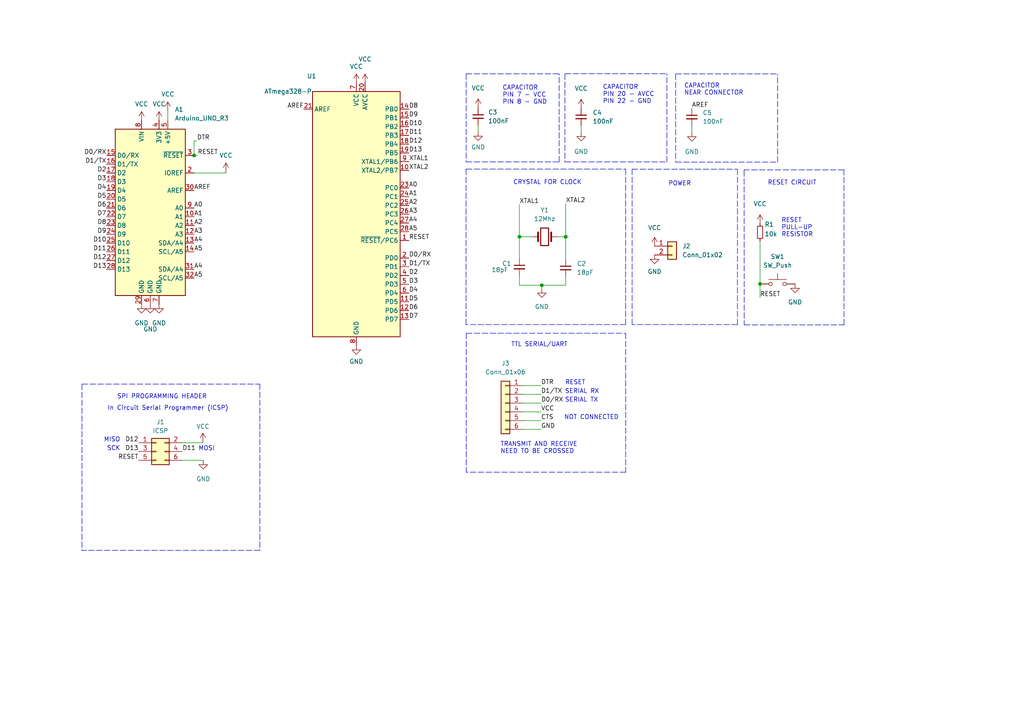
<source format=kicad_sch>
(kicad_sch (version 20211123) (generator eeschema)
  (paper "A4")
  (title_block (title "AS-MULTI-UNO-01") (date "2022-12-23") (rev "V1.2") (company "Akerasoft") (comment 1 "©Akerasoft 2022") (comment 2 "Engineer: Robert Kolski") (comment 3 "Open Source") (comment 4 "License: Creative Commons Attribution 4.0 International Public License"))
  (lib_symbols
    (symbol "Connector_Generic:Conn_01x02" (pin_names (offset 1.016) hide)
      (property "Reference" "J" (at 0 2.54 0))
      (property "Value" "Conn_01x02" (at 0 -5.08 0))
      (symbol "Conn_01x02_1_1"
        (rectangle (start -1.27 -2.413) (end 0 -2.667) (stroke (width 0.1524)))
        (rectangle (start -1.27 0.127) (end 0 -0.127) (stroke (width 0.1524)))
        (rectangle (start -1.27 1.27) (end 1.27 -3.81) (stroke (width 0.254)) (fill (type background)))
        (pin passive line (at -5.08 0 0) (length 3.81) (name "Pin_1") (number "1"))
        (pin passive line (at -5.08 -2.54 0) (length 3.81) (name "Pin_2") (number "2"))
      )
    )
    (symbol "Connector_Generic:Conn_01x06" (pin_names (offset 1.016) hide)
      (property "Reference" "J" (at 0 7.62 0))
      (property "Value" "Conn_01x06" (at 0 -10.16 0))
      (symbol "Conn_01x06_1_1"
        (rectangle (start -1.27 -7.493) (end 0 -7.747) (stroke (width 0.1524)))
        (rectangle (start -1.27 -4.953) (end 0 -5.207) (stroke (width 0.1524)))
        (rectangle (start -1.27 -2.413) (end 0 -2.667) (stroke (width 0.1524)))
        (rectangle (start -1.27 0.127) (end 0 -0.127) (stroke (width 0.1524)))
        (rectangle (start -1.27 2.667) (end 0 2.413) (stroke (width 0.1524)))
        (rectangle (start -1.27 5.207) (end 0 4.953) (stroke (width 0.1524)))
        (rectangle (start -1.27 6.35) (end 1.27 -8.89) (stroke (width 0.254)) (fill (type background)))
        (pin passive line (at -5.08 5.08 0) (length 3.81) (name "Pin_1") (number "1"))
        (pin passive line (at -5.08 2.54 0) (length 3.81) (name "Pin_2") (number "2"))
        (pin passive line (at -5.08 0 0) (length 3.81) (name "Pin_3") (number "3"))
        (pin passive line (at -5.08 -2.54 0) (length 3.81) (name "Pin_4") (number "4"))
        (pin passive line (at -5.08 -5.08 0) (length 3.81) (name "Pin_5") (number "5"))
        (pin passive line (at -5.08 -7.62 0) (length 3.81) (name "Pin_6") (number "6"))
      )
    )
    (symbol "Connector_Generic:Conn_02x03_Odd_Even" (pin_names (offset 1.016) hide)
      (property "Reference" "J" (at 1.27 5.08 0))
      (property "Value" "Conn_02x03_Odd_Even" (at 1.27 -5.08 0))
      (symbol "Conn_02x03_Odd_Even_1_1"
        (rectangle (start -1.27 -2.413) (end 0 -2.667) (stroke (width 0.1524)))
        (rectangle (start -1.27 0.127) (end 0 -0.127) (stroke (width 0.1524)))
        (rectangle (start -1.27 2.667) (end 0 2.413) (stroke (width 0.1524)))
        (rectangle (start -1.27 3.81) (end 3.81 -3.81) (stroke (width 0.254)) (fill (type background)))
        (rectangle (start 3.81 -2.413) (end 2.54 -2.667) (stroke (width 0.1524)))
        (rectangle (start 3.81 0.127) (end 2.54 -0.127) (stroke (width 0.1524)))
        (rectangle (start 3.81 2.667) (end 2.54 2.413) (stroke (width 0.1524)))
        (pin passive line (at -5.08 2.54 0) (length 3.81) (name "Pin_1") (number "1"))
        (pin passive line (at 7.62 2.54 180) (length 3.81) (name "Pin_2") (number "2"))
        (pin passive line (at -5.08 0 0) (length 3.81) (name "Pin_3") (number "3"))
        (pin passive line (at 7.62 0 180) (length 3.81) (name "Pin_4") (number "4"))
        (pin passive line (at -5.08 -2.54 0) (length 3.81) (name "Pin_5") (number "5"))
        (pin passive line (at 7.62 -2.54 180) (length 3.81) (name "Pin_6") (number "6"))
      )
    )
    (symbol "Device:C_Small" (pin_numbers hide) (pin_names (offset 0.254) hide)
      (property "Reference" "C" (at 0.254 1.778 0))
      (property "Value" "C_Small" (at 0.254 -2.032 0))
      (symbol "C_Small_0_1"
        (polyline (pts (xy -1.524 -0.508) (xy 1.524 -0.508)) (stroke (width 0.3302)))
        (polyline (pts (xy -1.524 0.508) (xy 1.524 0.508)) (stroke (width 0.3048)))
      )
      (symbol "C_Small_1_1"
        (pin passive line (at 0 2.54 270) (length 2.032) (name "~") (number "1"))
        (pin passive line (at 0 -2.54 90) (length 2.032) (name "~") (number "2"))
      )
    )
    (symbol "Device:Crystal" (pin_numbers hide) (pin_names (offset 1.016) hide)
      (property "Reference" "Y" (at 0 3.81 0))
      (property "Value" "Crystal" (at 0 -3.81 0))
      (symbol "Crystal_0_1"
        (rectangle (start -1.143 2.54) (end 1.143 -2.54) (stroke (width 0.3048)))
        (polyline (pts (xy -2.54 0) (xy -1.905 0)))
        (polyline (pts (xy -1.905 -1.27) (xy -1.905 1.27)) (stroke (width 0.508)))
        (polyline (pts (xy 1.905 -1.27) (xy 1.905 1.27)) (stroke (width 0.508)))
        (polyline (pts (xy 2.54 0) (xy 1.905 0)))
      )
      (symbol "Crystal_1_1"
        (pin passive line (at -3.81 0 0) (length 1.27) (name "1") (number "1"))
        (pin passive line (at 3.81 0 180) (length 1.27) (name "2") (number "2"))
      )
    )
    (symbol "Device:R_Small" (pin_numbers hide) (pin_names (offset 0.254) hide)
      (property "Reference" "R" (at 0.762 0.508 0))
      (property "Value" "R_Small" (at 0.762 -1.016 0))
      (symbol "R_Small_0_1"
        (rectangle (start -0.762 1.778) (end 0.762 -1.778) (stroke (width 0.2032)))
      )
      (symbol "R_Small_1_1"
        (pin passive line (at 0 2.54 270) (length 0.762) (name "~") (number "1"))
        (pin passive line (at 0 -2.54 90) (length 0.762) (name "~") (number "2"))
      )
    )
    (symbol "MCU_Microchip_ATmega:ATmega328-P"
      (property "Reference" "U" (at -12.7 36.83 0))
      (property "Value" "ATmega328-P" (at 2.54 -36.83 0))
      (symbol "ATmega328-P_0_1"
        (rectangle (start -12.7 -35.56) (end 12.7 35.56) (stroke (width 0.254)) (fill (type background)))
      )
      (symbol "ATmega328-P_1_1"
        (pin bidirectional line (at 15.24 -7.62 180) (length 2.54) (name "~{RESET}/PC6") (number "1"))
        (pin bidirectional line (at 15.24 12.7 180) (length 2.54) (name "XTAL2/PB7") (number "10"))
        (pin bidirectional line (at 15.24 -25.4 180) (length 2.54) (name "PD5") (number "11"))
        (pin bidirectional line (at 15.24 -27.94 180) (length 2.54) (name "PD6") (number "12"))
        (pin bidirectional line (at 15.24 -30.48 180) (length 2.54) (name "PD7") (number "13"))
        (pin bidirectional line (at 15.24 30.48 180) (length 2.54) (name "PB0") (number "14"))
        (pin bidirectional line (at 15.24 27.94 180) (length 2.54) (name "PB1") (number "15"))
        (pin bidirectional line (at 15.24 25.4 180) (length 2.54) (name "PB2") (number "16"))
        (pin bidirectional line (at 15.24 22.86 180) (length 2.54) (name "PB3") (number "17"))
        (pin bidirectional line (at 15.24 20.32 180) (length 2.54) (name "PB4") (number "18"))
        (pin bidirectional line (at 15.24 17.78 180) (length 2.54) (name "PB5") (number "19"))
        (pin bidirectional line (at 15.24 -12.7 180) (length 2.54) (name "PD0") (number "2"))
        (pin power_in line (at 2.54 38.1 270) (length 2.54) (name "AVCC") (number "20"))
        (pin passive line (at -15.24 30.48 0) (length 2.54) (name "AREF") (number "21"))
        (pin passive line (at 0 -38.1 90) (length 2.54) hide (name "GND") (number "22"))
        (pin bidirectional line (at 15.24 7.62 180) (length 2.54) (name "PC0") (number "23"))
        (pin bidirectional line (at 15.24 5.08 180) (length 2.54) (name "PC1") (number "24"))
        (pin bidirectional line (at 15.24 2.54 180) (length 2.54) (name "PC2") (number "25"))
        (pin bidirectional line (at 15.24 0 180) (length 2.54) (name "PC3") (number "26"))
        (pin bidirectional line (at 15.24 -2.54 180) (length 2.54) (name "PC4") (number "27"))
        (pin bidirectional line (at 15.24 -5.08 180) (length 2.54) (name "PC5") (number "28"))
        (pin bidirectional line (at 15.24 -15.24 180) (length 2.54) (name "PD1") (number "3"))
        (pin bidirectional line (at 15.24 -17.78 180) (length 2.54) (name "PD2") (number "4"))
        (pin bidirectional line (at 15.24 -20.32 180) (length 2.54) (name "PD3") (number "5"))
        (pin bidirectional line (at 15.24 -22.86 180) (length 2.54) (name "PD4") (number "6"))
        (pin power_in line (at 0 38.1 270) (length 2.54) (name "VCC") (number "7"))
        (pin power_in line (at 0 -38.1 90) (length 2.54) (name "GND") (number "8"))
        (pin bidirectional line (at 15.24 15.24 180) (length 2.54) (name "XTAL1/PB6") (number "9"))
      )
    )
    (symbol "MCU_Module:Arduino_UNO_R3"
      (property "Reference" "A" (at -10.16 23.495 0))
      (property "Value" "Arduino_UNO_R3" (at 5.08 -26.67 0))
      (symbol "Arduino_UNO_R3_0_1"
        (rectangle (start -10.16 22.86) (end 10.16 -25.4) (stroke (width 0.254)) (fill (type background)))
      )
      (symbol "Arduino_UNO_R3_1_1"
        (pin no_connect line (at -10.16 -20.32 0) (length 2.54) hide (name "NC") (number "1"))
        (pin bidirectional line (at 12.7 -2.54 180) (length 2.54) (name "A1") (number "10"))
        (pin bidirectional line (at 12.7 -5.08 180) (length 2.54) (name "A2") (number "11"))
        (pin bidirectional line (at 12.7 -7.62 180) (length 2.54) (name "A3") (number "12"))
        (pin bidirectional line (at 12.7 -10.16 180) (length 2.54) (name "SDA/A4") (number "13"))
        (pin bidirectional line (at 12.7 -12.7 180) (length 2.54) (name "SCL/A5") (number "14"))
        (pin bidirectional line (at -12.7 15.24 0) (length 2.54) (name "D0/RX") (number "15"))
        (pin bidirectional line (at -12.7 12.7 0) (length 2.54) (name "D1/TX") (number "16"))
        (pin bidirectional line (at -12.7 10.16 0) (length 2.54) (name "D2") (number "17"))
        (pin bidirectional line (at -12.7 7.62 0) (length 2.54) (name "D3") (number "18"))
        (pin bidirectional line (at -12.7 5.08 0) (length 2.54) (name "D4") (number "19"))
        (pin output line (at 12.7 10.16 180) (length 2.54) (name "IOREF") (number "2"))
        (pin bidirectional line (at -12.7 2.54 0) (length 2.54) (name "D5") (number "20"))
        (pin bidirectional line (at -12.7 0 0) (length 2.54) (name "D6") (number "21"))
        (pin bidirectional line (at -12.7 -2.54 0) (length 2.54) (name "D7") (number "22"))
        (pin bidirectional line (at -12.7 -5.08 0) (length 2.54) (name "D8") (number "23"))
        (pin bidirectional line (at -12.7 -7.62 0) (length 2.54) (name "D9") (number "24"))
        (pin bidirectional line (at -12.7 -10.16 0) (length 2.54) (name "D10") (number "25"))
        (pin bidirectional line (at -12.7 -12.7 0) (length 2.54) (name "D11") (number "26"))
        (pin bidirectional line (at -12.7 -15.24 0) (length 2.54) (name "D12") (number "27"))
        (pin bidirectional line (at -12.7 -17.78 0) (length 2.54) (name "D13") (number "28"))
        (pin power_in line (at -2.54 -27.94 90) (length 2.54) (name "GND") (number "29"))
        (pin input line (at 12.7 15.24 180) (length 2.54) (name "~{RESET}") (number "3"))
        (pin input line (at 12.7 5.08 180) (length 2.54) (name "AREF") (number "30"))
        (pin bidirectional line (at 12.7 -17.78 180) (length 2.54) (name "SDA/A4") (number "31"))
        (pin bidirectional line (at 12.7 -20.32 180) (length 2.54) (name "SCL/A5") (number "32"))
        (pin power_out line (at 2.54 25.4 270) (length 2.54) (name "3V3") (number "4"))
        (pin power_out line (at 5.08 25.4 270) (length 2.54) (name "+5V") (number "5"))
        (pin power_in line (at 0 -27.94 90) (length 2.54) (name "GND") (number "6"))
        (pin power_in line (at 2.54 -27.94 90) (length 2.54) (name "GND") (number "7"))
        (pin power_in line (at -2.54 25.4 270) (length 2.54) (name "VIN") (number "8"))
        (pin bidirectional line (at 12.7 0 180) (length 2.54) (name "A0") (number "9"))
      )
    )
    (symbol "Switch:SW_Push" (pin_numbers hide) (pin_names (offset 1.016) hide)
      (property "Reference" "SW" (at 1.27 2.54 0))
      (property "Value" "SW_Push" (at 0 -1.524 0))
      (symbol "SW_Push_0_1"
        (circle (center -2.032 0) (radius 0.508))
        (polyline (pts (xy 0 1.27) (xy 0 3.048)))
        (polyline (pts (xy 2.54 1.27) (xy -2.54 1.27)))
        (circle (center 2.032 0) (radius 0.508))
        (pin passive line (at -5.08 0 0) (length 2.54) (name "1") (number "1"))
        (pin passive line (at 5.08 0 180) (length 2.54) (name "2") (number "2"))
      )
    )
    (symbol "power:GND" (power) (pin_names (offset 0))
      (property "Value" "GND" (at 0 -3.81 0))
      (symbol "GND_0_1"
        (polyline (pts (xy 0 0) (xy 0 -1.27) (xy 1.27 -1.27) (xy 0 -2.54) (xy -1.27 -1.27) (xy 0 -1.27)))
      )
      (symbol "GND_1_1"
        (pin power_in line (at 0 0 270) (length 0) hide (name "GND") (number "1"))
      )
    )
    (symbol "power:VCC" (power) (pin_names (offset 0))
      (property "Value" "VCC" (at 0 3.81 0))
      (symbol "VCC_0_1"
        (polyline (pts (xy -0.762 1.27) (xy 0 2.54)))
        (polyline (pts (xy 0 0) (xy 0 2.54)))
        (polyline (pts (xy 0 2.54) (xy 0.762 1.27)))
      )
      (symbol "VCC_1_1"
        (pin power_in line (at 0 0 90) (length 0) hide (name "VCC") (number "1"))
      )
    )
  )
  (junction (at 150.6474 68.6816))
  (junction (at 56.2864 45.085))
  (junction (at 157.1498 82.7278))
  (junction (at 220.4466 82.3468))
  (junction (at 164.084 68.6816))
  (wire (pts (xy 161.7726 68.6816) (xy 164.084 68.6816)))
  (polyline (pts (xy 181.483 96.647) (xy 181.483 136.9568)))
  (wire (pts (xy 58.8518 128.1938) (xy 58.8518 128.4224)))
  (wire (pts (xy 56.2864 40.8686) (xy 56.2864 45.085)))
  (wire (pts (xy 164.084 59.055) (xy 164.084 68.6816)))
  (polyline (pts (xy 163.8554 46.9646) (xy 193.421 46.9646)))
  (wire (pts (xy 157.1498 82.7278) (xy 164.084 82.7278)))
  (polyline (pts (xy 183.3372 49.0728) (xy 213.8934 49.0728)))
  (polyline (pts (xy 23.7744 111.4044) (xy 75.3618 111.4044)))
  (polyline (pts (xy 135.1788 49.0474) (xy 181.4576 49.0474)))
  (wire (pts (xy 151.6888 119.4562) (xy 156.9212 119.4562)))
  (polyline (pts (xy 181.4576 49.0474) (xy 181.4576 94.1324)))
  (polyline (pts (xy 183.3372 49.0474) (xy 183.3372 94.1324)))
  (wire (pts (xy 151.6888 114.3762) (xy 156.9212 114.3762)))
  (wire (pts (xy 57.3024 45.085) (xy 56.2864 45.085)))
  (polyline (pts (xy 135.2042 46.9646) (xy 162.179 46.9646)))
  (wire (pts (xy 56.2864 50.165) (xy 65.532 50.165)))
  (polyline (pts (xy 23.7744 111.4044) (xy 23.7744 159.639)))
  (polyline (pts (xy 181.4576 94.1324) (xy 135.1788 94.1324)))
  (polyline (pts (xy 135.1788 49.0728) (xy 135.1788 94.1324)))
  (polyline (pts (xy 213.8934 49.0728) (xy 213.8934 94.1324)))
  (wire (pts (xy 200.66 38.3794) (xy 200.66 36.4998)))
  (polyline (pts (xy 244.8052 94.234) (xy 244.7798 49.276)))
  (polyline (pts (xy 163.8808 21.3868) (xy 193.421 21.3868)))
  (wire (pts (xy 58.9534 133.5024) (xy 52.8828 133.5024)))
  (polyline (pts (xy 75.3618 111.4044) (xy 75.3618 159.639)))
  (wire (pts (xy 150.6474 80.01) (xy 150.6474 82.7278)))
  (polyline (pts (xy 163.8554 21.4376) (xy 163.8554 46.9646)))
  (wire (pts (xy 150.6474 59.309) (xy 150.6474 68.6816)))
  (polyline (pts (xy 215.8238 49.276) (xy 215.8238 49.4538)))
  (wire (pts (xy 154.1526 68.6816) (xy 150.6474 68.6816)))
  (wire (pts (xy 164.084 68.6816) (xy 164.084 75.184)))
  (polyline (pts (xy 135.2296 96.647) (xy 135.2296 136.9568)))
  (polyline (pts (xy 225.5266 47.0154) (xy 225.5266 21.4376)))
  (polyline (pts (xy 75.3618 159.639) (xy 23.7744 159.639)))
  (polyline (pts (xy 195.961 21.4884) (xy 195.961 47.0154)))
  (wire (pts (xy 150.6474 82.7278) (xy 157.1498 82.7278)))
  (polyline (pts (xy 135.2042 21.4122) (xy 162.179 21.4122)))
  (wire (pts (xy 65.532 50.165) (xy 65.532 49.8348)))
  (wire (pts (xy 48.6664 32.1056) (xy 48.6664 34.925)))
  (polyline (pts (xy 195.9864 21.4376) (xy 225.5266 21.4376)))
  (wire (pts (xy 151.6888 121.9962) (xy 156.9212 121.9962)))
  (wire (pts (xy 150.6474 68.6816) (xy 150.6474 74.93)))
  (polyline (pts (xy 193.421 46.9646) (xy 193.421 21.3868)))
  (wire (pts (xy 138.684 38.227) (xy 138.684 36.3474)))
  (wire (pts (xy 151.6888 116.9162) (xy 156.9212 116.9162)))
  (polyline (pts (xy 162.179 46.9646) (xy 162.179 21.4122)))
  (wire (pts (xy 220.4466 69.9262) (xy 220.4466 82.3468)))
  (polyline (pts (xy 215.8492 94.234) (xy 244.8052 94.234)))
  (polyline (pts (xy 195.961 47.0154) (xy 225.5266 47.0154)))
  (polyline (pts (xy 181.483 136.9568) (xy 135.2296 136.9568)))
  (wire (pts (xy 151.6888 111.8362) (xy 156.9212 111.8362)))
  (wire (pts (xy 52.8828 128.4224) (xy 58.8518 128.4224)))
  (wire (pts (xy 164.084 80.264) (xy 164.084 82.7278)))
  (polyline (pts (xy 215.8238 49.53) (xy 215.8492 94.234)))
  (polyline (pts (xy 135.2042 21.4122) (xy 135.2042 46.9646)))
  (wire (pts (xy 151.6888 124.5362) (xy 156.9212 124.5362)))
  (wire (pts (xy 168.5544 38.3286) (xy 168.5544 36.449)))
  (wire (pts (xy 157.1498 82.7278) (xy 157.1498 83.7184)))
  (polyline (pts (xy 135.2296 96.647) (xy 181.483 96.647)))
  (polyline (pts (xy 213.8934 94.1324) (xy 183.3372 94.1324)))
  (wire (pts (xy 220.4466 82.3468) (xy 220.4466 86.3092)))
  (polyline (pts (xy 244.7798 49.276) (xy 215.8238 49.276)))
  (wire (pts (xy 56.2864 40.8686) (xy 57.1246 40.8686)))
  (text "MOSI" (at 57.531 130.9116 0) (effects (font (size 1.27 1.27)) (justify left bottom)))
  (text "SPI PROGRAMMING HEADER\n" (at 33.9344 115.8494 0) (effects (font (size 1.27 1.27)) (justify left bottom)))
  (text "TTL SERIAL/UART" (at 148.209 100.7364 0) (effects (font (size 1.27 1.27)) (justify left bottom)))
  (text "SCK" (at 30.988 130.8608 0) (effects (font (size 1.27 1.27)) (justify left bottom)))
  (text "RESET CIRCUIT" (at 222.631 53.848 0) (effects (font (size 1.27 1.27)) (justify left bottom)))
  (text "CRYSTAL FOR CLOCK" (at 148.8186 53.721 0) (effects (font (size 1.27 1.27)) (justify left bottom)))
  (text "CAPACITOR\nNEAR CONNECTOR\n" (at 198.3994 27.7622 0) (effects (font (size 1.27 1.27)) (justify left bottom)))
  (text "CAPACITOR\nPIN 7 - VCC\nPIN 8 - GND\n" (at 145.7198 30.4038 0) (effects (font (size 1.27 1.27)) (justify left bottom)))
  (text "RESET\nPULL-UP\nRESISTOR" (at 226.6188 68.834 0) (effects (font (size 1.27 1.27)) (justify left bottom)))
  (text "TRANSMIT AND RECEIVE\nNEED TO BE CROSSED" (at 145.1102 131.7244 0) (effects (font (size 1.27 1.27)) (justify left bottom)))
  (text "POWER" (at 193.802 54.0766 0) (effects (font (size 1.27 1.27)) (justify left bottom)))
  (text "SERIAL RX" (at 163.83 114.3254 0) (effects (font (size 1.27 1.27)) (justify left bottom)))
  (text "NOT CONNECTED" (at 163.6014 121.8692 0) (effects (font (size 1.27 1.27)) (justify left bottom)))
  (text "In Circuit Serial Programmer (ICSP)" (at 31.1404 119.2022 0) (effects (font (size 1.27 1.27)) (justify left bottom)))
  (text "CAPACITOR\nPIN 20 - AVCC\nPIN 22 - GND" (at 174.8028 30.2006 0) (effects (font (size 1.27 1.27)) (justify left bottom)))
  (text "MISO" (at 30.099 128.3462 0) (effects (font (size 1.27 1.27)) (justify left bottom)))
  (text "SERIAL TX" (at 163.83 116.8146 0) (effects (font (size 1.27 1.27)) (justify left bottom)))
  (text "RESET" (at 163.8808 111.76 0) (effects (font (size 1.27 1.27)) (justify left bottom)))
  (label "D12" (at 118.5926 41.8084 0))
  (label "D1{slash}TX" (at 118.5926 77.3684 0))
  (label "A3" (at 118.5926 62.1284 0))
  (label "D2" (at 30.8864 50.165 180))
  (label "RESET" (at 40.1828 133.5024 180))
  (label "D4" (at 118.5926 84.9884 0))
  (label "AREF" (at 200.66 31.4198 0))
  (label "D10" (at 118.5926 36.7284 0))
  (label "D12" (at 40.1828 128.4224 180))
  (label "DTR" (at 57.1246 40.8686 0))
  (label "DTR" (at 156.9212 111.8362 0))
  (label "A5" (at 56.2864 73.025 0))
  (label "D5" (at 30.8864 57.785 180))
  (label "XTAL1" (at 150.6474 59.309 0))
  (label "D11" (at 118.5926 39.2684 0))
  (label "A4" (at 118.5926 64.6684 0))
  (label "D3" (at 118.5926 82.4484 0))
  (label "D8" (at 30.8864 65.405 180))
  (label "D4" (at 30.8864 55.245 180))
  (label "RESET" (at 118.5926 69.7484 0))
  (label "D9" (at 118.5926 34.1884 0))
  (label "D0{slash}RX" (at 30.8864 45.085 180))
  (label "D0{slash}RX" (at 118.5926 74.8284 0))
  (label "A0" (at 118.5926 54.5084 0))
  (label "D9" (at 30.8864 67.945 180))
  (label "A0" (at 56.2864 60.325 0))
  (label "D11" (at 52.8828 130.9624 0))
  (label "D7" (at 30.8864 62.865 180))
  (label "A2" (at 56.2864 65.405 0))
  (label "D5" (at 118.5926 87.5284 0))
  (label "A3" (at 56.2864 67.945 0))
  (label "A4" (at 56.2864 78.105 0))
  (label "D11" (at 30.8864 73.025 180))
  (label "D7" (at 118.5926 92.6084 0))
  (label "A4" (at 56.2864 70.485 0))
  (label "D2" (at 118.5926 79.9084 0))
  (label "A1" (at 56.2864 62.865 0))
  (label "AREF" (at 88.1126 31.6484 180))
  (label "D12" (at 30.8864 75.565 180))
  (label "D13" (at 30.8864 78.105 180))
  (label "XTAL1" (at 118.5926 46.8884 0))
  (label "D0{slash}RX" (at 156.9212 116.9162 0))
  (label "GND" (at 156.9212 124.5362 0))
  (label "D10" (at 30.8864 70.485 180))
  (label "D6" (at 30.8864 60.325 180))
  (label "XTAL2" (at 118.5926 49.4284 0))
  (label "CTS" (at 156.9212 121.9962 0))
  (label "D13" (at 40.1828 130.9624 180))
  (label "AREF" (at 56.2864 55.245 0))
  (label "D1{slash}TX" (at 156.9212 114.3762 0))
  (label "D3" (at 30.8864 52.705 180))
  (label "VCC" (at 156.9212 119.4562 0))
  (label "D8" (at 118.5926 31.6484 0))
  (label "D6" (at 118.5926 90.0684 0))
  (label "XTAL2" (at 164.084 59.055 0))
  (label "A2" (at 118.5926 59.5884 0))
  (label "A1" (at 118.5926 57.0484 0))
  (label "RESET" (at 220.4466 86.3092 0))
  (label "RESET" (at 57.3024 45.085 0))
  (label "A5" (at 56.2864 80.645 0))
  (label "D1{slash}TX" (at 30.8864 47.625 180))
  (label "D13" (at 118.5926 44.3484 0))
  (label "A5" (at 118.5926 67.2084 0))
  (symbol (lib_id "power:GND") (at 230.6066 82.3468 0) (unit 1)
    (property "Reference" "#PWR0104" (effects hide))
    (property "Value" "GND" (at 230.6066 87.63 0))
  )
  (symbol (lib_id "Device:C_Small") (at 138.684 33.8074 0) (unit 1)
    (property "Reference" "C3" (at 141.5542 32.5436 0) (effects (justify left)))
    (property "Value" "100nF" (at 141.5542 35.0836 0) (effects (justify left)))
    (property "Footprint" "Capacitor_THT:C_Disc_D3.0mm_W2.0mm_P2.50mm" (effects hide))
  )
  (symbol (lib_id "Device:R_Small") (at 220.4466 67.3862 0) (unit 1)
    (property "Reference" "R1" (at 221.7674 65.1002 0) (effects (justify left)))
    (property "Value" "10k" (at 221.7674 67.8688 0) (effects (justify left)))
    (property "Footprint" "Resistor_THT:R_Axial_DIN0207_L6.3mm_D2.5mm_P7.62mm_Horizontal" (effects hide))
  )
  (symbol (lib_id "power:VCC") (at 58.8518 128.1938 0) (unit 1)
    (property "Reference" "#PWR07" (effects hide))
    (property "Value" "VCC" (at 58.8518 123.698 0))
  )
  (symbol (lib_id "Connector_Generic:Conn_01x02") (at 194.945 71.3994 0) (unit 1)
    (property "Reference" "J2" (at 197.8914 71.3993 0) (effects (justify left)))
    (property "Value" "Conn_01x02" (at 197.8914 73.9393 0) (effects (justify left)))
    (property "Footprint" "Connector_JST:JST_XH_S2B-XH-A_1x02_P2.50mm_Horizontal" (effects hide))
  )
  (symbol (lib_id "Device:C_Small") (at 150.6474 77.47 0) (unit 1)
    (property "Reference" "C1" (at 145.6182 76.4286 0) (effects (justify left)))
    (property "Value" "18pF" (at 142.5448 78.2574 0) (effects (justify left)))
    (property "Footprint" "Capacitor_THT:C_Disc_D3.0mm_W2.0mm_P2.50mm" (effects hide))
  )
  (symbol (lib_id "Device:C_Small") (at 164.084 77.724 0) (unit 1)
    (property "Reference" "C2" (at 167.3098 76.4602 0) (effects (justify left)))
    (property "Value" "18pF" (at 167.3098 79.0002 0) (effects (justify left)))
    (property "Footprint" "Capacitor_THT:C_Disc_D3.0mm_W2.0mm_P2.50mm" (effects hide))
  )
  (symbol (lib_id "power:GND") (at 58.9534 133.5024 0) (unit 1)
    (property "Reference" "#PWR08" (effects hide))
    (property "Value" "GND" (at 58.9534 138.9126 0))
  )
  (symbol (lib_id "power:GND") (at 189.865 73.9394 0) (unit 1)
    (property "Reference" "#PWR018" (effects hide))
    (property "Value" "GND" (at 189.865 78.7654 0))
  )
  (symbol (lib_id "power:VCC") (at 46.1264 34.925 0) (unit 1)
    (property "Reference" "#PWR04" (effects hide))
    (property "Value" "VCC" (at 46.1264 30.1752 0))
  )
  (symbol (lib_id "Connector_Generic:Conn_01x06") (at 146.6088 116.9162 0) (mirror y) (unit 1)
    (property "Reference" "J3" (at 146.6088 105.3846 0))
    (property "Value" "Conn_01x06" (at 146.6088 107.9246 0))
    (property "Footprint" "Connector_PinHeader_2.54mm:PinHeader_1x06_P2.54mm_Horizontal" (effects hide))
  )
  (symbol (lib_id "power:GND") (at 46.1264 88.265 0) (unit 1)
    (property "Reference" "#PWR05" (effects hide))
    (property "Value" "GND" (at 46.1264 93.6752 0))
  )
  (symbol (lib_id "MCU_Microchip_ATmega:ATmega328-P") (at 103.3526 62.1284 0) (unit 1)
    (property "Reference" "U1" (at 90.3986 22.0726 0))
    (property "Value" "ATmega328-P" (at 83.5406 26.5176 0))
    (property "Footprint" "Package_DIP:DIP-28_W7.62mm_Socket" (effects hide))
    (property "Datasheet" "http://ww1.microchip.com/downloads/en/DeviceDoc/ATmega328_P%20AVR%20MCU%20with%20picoPower%20Technology%20Data%20Sheet%2040001984A.pdf" (effects hide))
  )
  (symbol (lib_id "power:GND") (at 138.684 38.227 0) (unit 1)
    (property "Reference" "#PWR0102" (effects hide))
    (property "Value" "GND" (at 138.684 42.6974 0))
  )
  (symbol (lib_id "power:GND") (at 168.5544 38.3286 0) (unit 1)
    (property "Reference" "#PWR0101" (effects hide))
    (property "Value" "GND" (at 168.5544 43.9674 0))
  )
  (symbol (lib_id "power:VCC") (at 138.684 31.2674 0) (unit 1)
    (property "Reference" "#PWR014" (effects hide))
    (property "Value" "VCC" (at 138.684 25.5524 0))
  )
  (symbol (lib_id "power:GND") (at 103.3526 100.2284 0) (unit 1)
    (property "Reference" "#PWR011" (effects hide))
    (property "Value" "GND" (at 103.3526 104.8512 0))
  )
  (symbol (lib_id "Connector_Generic:Conn_02x03_Odd_Even") (at 45.2628 130.9624 0) (unit 1)
    (property "Reference" "J1" (at 46.5328 122.4026 0))
    (property "Value" "ICSP" (at 46.5328 124.9426 0))
    (property "Footprint" "Connector_PinHeader_2.54mm:PinHeader_2x03_P2.54mm_Vertical" (effects hide))
  )
  (symbol (lib_id "power:VCC") (at 65.532 49.8348 0) (unit 1)
    (property "Reference" "#PWR09" (effects hide))
    (property "Value" "VCC" (at 65.532 45.085 0))
  )
  (symbol (lib_id "power:VCC") (at 48.6664 32.1056 0) (unit 1)
    (property "Reference" "#PWR06" (effects hide))
    (property "Value" "VCC" (at 48.6664 27.3304 0))
  )
  (symbol (lib_id "power:VCC") (at 103.3526 24.0284 0) (unit 1)
    (property "Reference" "#PWR010" (effects hide))
    (property "Value" "VCC" (at 103.3526 19.2786 0))
  )
  (symbol (lib_id "power:VCC") (at 41.0464 34.925 0) (unit 1)
    (property "Reference" "#PWR01" (effects hide))
    (property "Value" "VCC" (at 41.0464 30.1752 0))
  )
  (symbol (lib_id "power:VCC") (at 168.5544 31.369 0) (unit 1)
    (property "Reference" "#PWR016" (effects hide))
    (property "Value" "VCC" (at 168.5544 25.654 0))
  )
  (symbol (lib_id "power:GND") (at 157.1498 83.7184 0) (unit 1)
    (property "Reference" "#PWR015" (effects hide))
    (property "Value" "GND" (at 157.1498 88.9508 0))
  )
  (symbol (lib_id "power:GND") (at 43.5864 88.265 0) (unit 1)
    (property "Reference" "#PWR03" (effects hide))
    (property "Value" "GND" (at 43.6118 95.4532 0))
  )
  (symbol (lib_id "MCU_Module:Arduino_UNO_R3") (at 43.5864 60.325 0) (unit 1)
    (property "Reference" "A1" (at 50.6858 31.75 0) (effects (justify left)))
    (property "Value" "Arduino_UNO_R3" (at 50.6858 34.29 0) (effects (justify left)))
    (property "Footprint" "Module:Arduino_UNO_R3_WithMountingHoles" (effects hide))
    (property "Datasheet" "https://www.arduino.cc/en/Main/arduinoBoardUno" (effects hide))
  )
  (symbol (lib_id "power:GND") (at 200.66 38.3794 0) (unit 1)
    (property "Reference" "#PWR0103" (effects hide))
    (property "Value" "GND" (at 200.66 44.0182 0))
  )
  (symbol (lib_id "Device:C_Small") (at 200.66 33.9598 0) (unit 1)
    (property "Reference" "C5" (at 203.7842 32.696 0) (effects (justify left)))
    (property "Value" "100nF" (at 203.7842 35.236 0) (effects (justify left)))
    (property "Footprint" "Capacitor_THT:C_Disc_D3.0mm_W2.0mm_P2.50mm" (effects hide))
  )
  (symbol (lib_id "Device:Crystal") (at 157.9626 68.6816 0) (unit 1)
    (property "Reference" "Y1" (at 157.9626 60.9346 0))
    (property "Value" "12Mhz" (at 157.9626 63.4746 0))
    (property "Footprint" "Crystal:Crystal_HC49-4H_Vertical" (effects hide))
  )
  (symbol (lib_id "power:VCC") (at 105.8926 24.0284 0) (unit 1)
    (property "Reference" "#PWR012" (effects hide))
    (property "Value" "VCC" (at 105.8672 17.1704 0))
  )
  (symbol (lib_id "power:GND") (at 41.0464 88.265 0) (unit 1)
    (property "Reference" "#PWR02" (effects hide))
    (property "Value" "GND" (at 41.0464 93.6752 0))
  )
  (symbol (lib_id "power:VCC") (at 189.865 71.3994 0) (unit 1)
    (property "Reference" "#PWR017" (effects hide))
    (property "Value" "VCC" (at 189.865 66.0654 0))
  )
  (symbol (lib_id "Switch:SW_Push") (at 225.5266 82.3468 0) (unit 1)
    (property "Reference" "SW1" (at 225.5266 74.422 0))
    (property "Value" "SW_Push" (at 225.5266 76.962 0))
    (property "Footprint" "Button_Switch_THT:SW_PUSH_6mm_H4.3mm" (effects hide))
  )
  (symbol (lib_id "power:VCC") (at 220.4466 64.8462 0) (unit 1)
    (property "Reference" "#PWR013" (effects hide))
    (property "Value" "VCC" (at 220.4466 59.1312 0))
  )
  (symbol (lib_id "Device:C_Small") (at 168.5544 33.909 0) (unit 1)
    (property "Reference" "C4" (at 171.8818 32.6452 0) (effects (justify left)))
    (property "Value" "100nF" (at 171.8818 35.1852 0) (effects (justify left)))
    (property "Footprint" "Capacitor_THT:C_Disc_D3.0mm_W2.0mm_P2.50mm" (effects hide))
  )
)
</source>
